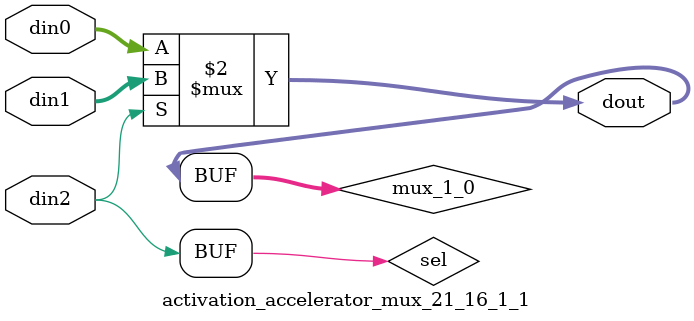
<source format=v>

`timescale 1ns/1ps

module activation_accelerator_mux_21_16_1_1 #(
parameter
    ID                = 0,
    NUM_STAGE         = 1,
    din0_WIDTH       = 32,
    din1_WIDTH       = 32,
    din2_WIDTH         = 32,
    dout_WIDTH            = 32
)(
    input  [15 : 0]     din0,
    input  [15 : 0]     din1,
    input  [0 : 0]    din2,
    output [15 : 0]   dout);

// puts internal signals
wire [0 : 0]     sel;
// level 1 signals
wire [15 : 0]         mux_1_0;

assign sel = din2;

// Generate level 1 logic
assign mux_1_0 = (sel[0] == 0)? din0 : din1;

// output logic
assign dout = mux_1_0;

endmodule

</source>
